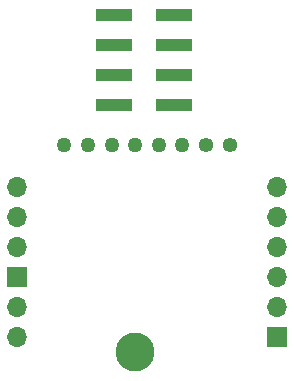
<source format=gbr>
%TF.GenerationSoftware,KiCad,Pcbnew,(5.1.9)-1*%
%TF.CreationDate,2021-05-09T22:41:15+02:00*%
%TF.ProjectId,HB-RC-6-PBU-LED,48422d52-432d-4362-9d50-42552d4c4544,rev?*%
%TF.SameCoordinates,Original*%
%TF.FileFunction,Soldermask,Bot*%
%TF.FilePolarity,Negative*%
%FSLAX46Y46*%
G04 Gerber Fmt 4.6, Leading zero omitted, Abs format (unit mm)*
G04 Created by KiCad (PCBNEW (5.1.9)-1) date 2021-05-09 22:41:15*
%MOMM*%
%LPD*%
G01*
G04 APERTURE LIST*
%ADD10R,3.150000X1.000000*%
%ADD11O,1.270000X1.270000*%
%ADD12C,1.270000*%
%ADD13C,3.300000*%
%ADD14O,1.700000X1.700000*%
%ADD15R,1.700000X1.700000*%
G04 APERTURE END LIST*
D10*
%TO.C,J1*%
X192200000Y-78580000D03*
X197250000Y-78580000D03*
X192200000Y-76040000D03*
X197250000Y-76040000D03*
X192200000Y-73500000D03*
X197250000Y-73500000D03*
X192200000Y-70960000D03*
X197250000Y-70960000D03*
%TD*%
D11*
%TO.C,U2*%
X202000000Y-82000000D03*
X200000000Y-82000000D03*
D12*
X198000000Y-82000000D03*
X196000000Y-82000000D03*
X194000000Y-82000000D03*
X192000000Y-82000000D03*
X190000000Y-82000000D03*
X188000000Y-82000000D03*
D13*
X193984000Y-99526000D03*
%TD*%
D14*
%TO.C,J2*%
X206000000Y-85480000D03*
X206000000Y-88020000D03*
X206000000Y-90560000D03*
X206000000Y-93100000D03*
X206000000Y-95640000D03*
D15*
X206000000Y-98180000D03*
%TD*%
D14*
%TO.C,J3*%
X184000000Y-98200000D03*
X184000000Y-95660000D03*
D15*
X184000000Y-93120000D03*
D14*
X184000000Y-90580000D03*
X184000000Y-88040000D03*
X184000000Y-85500000D03*
%TD*%
M02*

</source>
